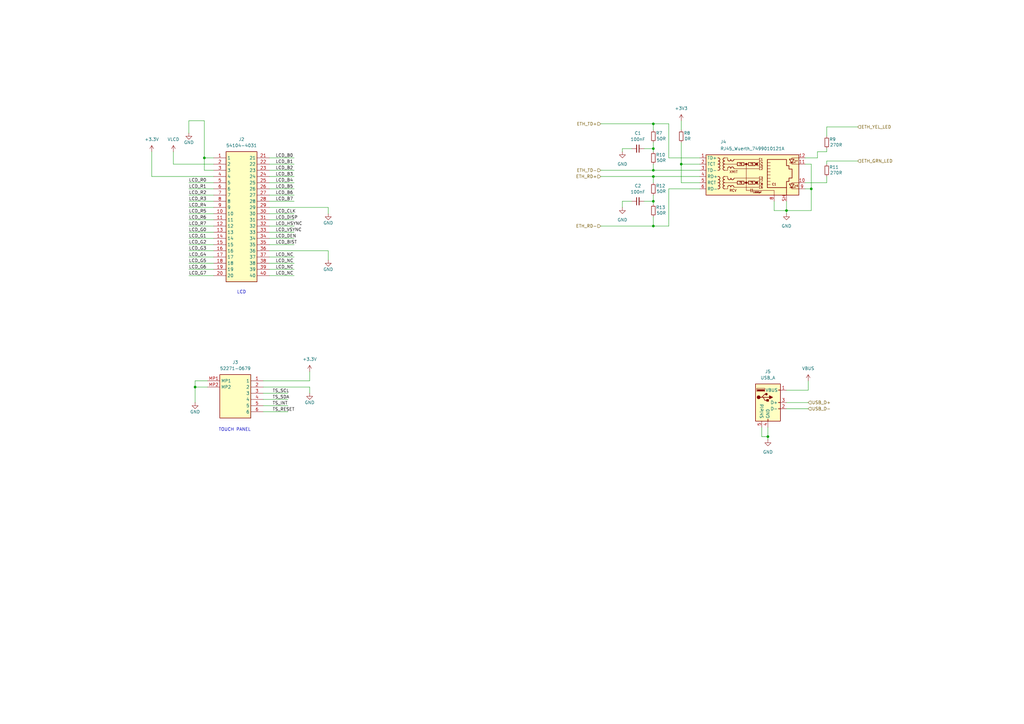
<source format=kicad_sch>
(kicad_sch (version 20250114) (generator "eeschema") (generator_version "9.0")
  (paper "A3")
  (lib_symbols
    (symbol "Allwinner_V3S_Spotify:52271-0679"
      (property "Reference" "J" (at 5.08 7.62 0))
      (property "Value" "52271-0679" (at 5.08 5.08 0))
      (symbol "52271-0679_1_1"
        (rectangle (start 5.08 2.54) (end 17.78 -15.24) (stroke (width 0.254)) (fill (type background)))
        (pin passive line (at 0 0 0) (length 5.08) (name "MP1") (number "MP1"))
        (pin passive line (at 0 -2.54 0) (length 5.08) (name "MP2") (number "MP2"))
        (pin passive line (at 22.86 0 180) (length 5.08) (name "1") (number "1"))
        (pin passive line (at 22.86 -2.54 180) (length 5.08) (name "2") (number "2"))
        (pin passive line (at 22.86 -5.08 180) (length 5.08) (name "3") (number "3"))
        (pin passive line (at 22.86 -7.62 180) (length 5.08) (name "4") (number "4"))
        (pin passive line (at 22.86 -10.16 180) (length 5.08) (name "5") (number "5"))
        (pin passive line (at 22.86 -12.7 180) (length 5.08) (name "6") (number "6"))
      )
    )
    (symbol "Allwinner_V3S_Spotify:54104-4031"
      (property "Reference" "J" (at 19.05 7.62 0))
      (property "Value" "54104-4031" (at 19.05 5.08 0))
      (symbol "54104-4031_1_1"
        (rectangle (start 5.08 2.54) (end 17.78 -50.8) (stroke (width 0.254)) (fill (type background)))
        (pin passive line (at 0 0 0) (length 5.08) (name "1") (number "1"))
        (pin passive line (at 0 -2.54 0) (length 5.08) (name "2") (number "2"))
        (pin passive line (at 0 -5.08 0) (length 5.08) (name "3") (number "3"))
        (pin passive line (at 0 -7.62 0) (length 5.08) (name "4") (number "4"))
        (pin passive line (at 0 -10.16 0) (length 5.08) (name "5") (number "5"))
        (pin passive line (at 0 -12.7 0) (length 5.08) (name "6") (number "6"))
        (pin passive line (at 0 -15.24 0) (length 5.08) (name "7") (number "7"))
        (pin passive line (at 0 -17.78 0) (length 5.08) (name "8") (number "8"))
        (pin passive line (at 0 -20.32 0) (length 5.08) (name "9") (number "9"))
        (pin passive line (at 0 -22.86 0) (length 5.08) (name "10") (number "10"))
        (pin passive line (at 0 -25.4 0) (length 5.08) (name "11") (number "11"))
        (pin passive line (at 0 -27.94 0) (length 5.08) (name "12") (number "12"))
        (pin passive line (at 0 -30.48 0) (length 5.08) (name "13") (number "13"))
        (pin passive line (at 0 -33.02 0) (length 5.08) (name "14") (number "14"))
        (pin passive line (at 0 -35.56 0) (length 5.08) (name "15") (number "15"))
        (pin passive line (at 0 -38.1 0) (length 5.08) (name "16") (number "16"))
        (pin passive line (at 0 -40.64 0) (length 5.08) (name "17") (number "17"))
        (pin passive line (at 0 -43.18 0) (length 5.08) (name "18") (number "18"))
        (pin passive line (at 0 -45.72 0) (length 5.08) (name "19") (number "19"))
        (pin passive line (at 0 -48.26 0) (length 5.08) (name "20") (number "20"))
        (pin passive line (at 22.86 0 180) (length 5.08) (name "21") (number "21"))
        (pin passive line (at 22.86 -2.54 180) (length 5.08) (name "22") (number "22"))
        (pin passive line (at 22.86 -5.08 180) (length 5.08) (name "23") (number "23"))
        (pin passive line (at 22.86 -7.62 180) (length 5.08) (name "24") (number "24"))
        (pin passive line (at 22.86 -10.16 180) (length 5.08) (name "25") (number "25"))
        (pin passive line (at 22.86 -12.7 180) (length 5.08) (name "26") (number "26"))
        (pin passive line (at 22.86 -15.24 180) (length 5.08) (name "27") (number "27"))
        (pin passive line (at 22.86 -17.78 180) (length 5.08) (name "28") (number "28"))
        (pin passive line (at 22.86 -20.32 180) (length 5.08) (name "29") (number "29"))
        (pin passive line (at 22.86 -22.86 180) (length 5.08) (name "30") (number "30"))
        (pin passive line (at 22.86 -25.4 180) (length 5.08) (name "31") (number "31"))
        (pin passive line (at 22.86 -27.94 180) (length 5.08) (name "32") (number "32"))
        (pin passive line (at 22.86 -30.48 180) (length 5.08) (name "33") (number "33"))
        (pin passive line (at 22.86 -33.02 180) (length 5.08) (name "34") (number "34"))
        (pin passive line (at 22.86 -35.56 180) (length 5.08) (name "35") (number "35"))
        (pin passive line (at 22.86 -38.1 180) (length 5.08) (name "36") (number "36"))
        (pin passive line (at 22.86 -40.64 180) (length 5.08) (name "37") (number "37"))
        (pin passive line (at 22.86 -43.18 180) (length 5.08) (name "38") (number "38"))
        (pin passive line (at 22.86 -45.72 180) (length 5.08) (name "39") (number "39"))
        (pin passive line (at 22.86 -48.26 180) (length 5.08) (name "40") (number "40"))
      )
    )
    (symbol "Connector:RJ45_Wuerth_7499010121A"
      (property "Reference" "J" (at 17.78 10.16 0))
      (property "Value" "RJ45_Wuerth_7499010121A" (at -6.35 10.16 0))
      (symbol "RJ45_Wuerth_7499010121A_0_0"
        (circle (center -1.27 5.08) (radius 0.0001) (stroke (width 0.508)))
        (polyline (pts (xy -1.27 5.08) (xy -1.27 -5.715)))
        (circle (center -1.27 -2.54) (radius 0.0001) (stroke (width 0.508)))
        (polyline (pts (xy 0.635 -5.08) (xy 0.635 -6.35)) (stroke (width 0.254)))
        (polyline (pts (xy 1.27 -5.08) (xy 1.27 -6.35)) (stroke (width 0.254)))
        (polyline (pts (xy 3.048 5.08) (xy 2.54 5.08)))
        (circle (center 3.048 5.08) (radius 0.0001) (stroke (width 0.508)))
        (polyline (pts (xy 3.048 -2.54) (xy 2.54 -2.54)))
        (circle (center 3.048 -2.54) (radius 0.0001) (stroke (width 0.508)))
        (polyline (pts (xy 3.683 5.715) (xy 3.048 5.715) (xy 3.048 4.445) (xy 3.683 4.445)))
        (polyline (pts (xy 3.683 -1.905) (xy 3.048 -1.905) (xy 3.048 -3.175) (xy 3.683 -3.175)))
        (polyline (pts (xy 17.399 7.112) (xy 17.399 7.62) (xy 20.32 7.62)))
        (polyline (pts (xy 17.399 -3.048) (xy 17.399 -2.54) (xy 20.32 -2.54)))
        (polyline (pts (xy 20.32 5.08) (xy 17.399 5.08) (xy 17.399 5.588)))
        (polyline (pts (xy 20.32 -5.08) (xy 17.399 -5.08) (xy 17.399 -4.572)))
        (text "XMIT" (at -8.255 1.905 0) (effects (font (size 1.016 1.016)) (justify left)))
        (text "RCV" (at -8.255 -5.715 0) (effects (font (size 1.016 1.016)) (justify left)))
        (text "C1" (at 4.699 6.985 0) (effects (font (size 0.889 0.889))))
        (text "C4" (at 4.699 5.715 0) (effects (font (size 0.889 0.889))))
        (text "C5" (at 4.699 4.445 0) (effects (font (size 0.889 0.889))))
        (text "C2" (at 4.699 3.175 0) (effects (font (size 0.889 0.889))))
        (text "C3" (at 4.699 -0.635 0) (effects (font (size 0.889 0.889))))
        (text "C7" (at 4.699 -1.905 0) (effects (font (size 0.889 0.889))))
        (text "C8" (at 4.699 -3.175 0) (effects (font (size 0.889 0.889))))
        (text "C6" (at 4.699 -4.445 0) (effects (font (size 0.889 0.889))))
        (text "C1" (at 10.16 -3.175 0) (effects (font (size 0.889 0.889))))
      )
      (symbol "RJ45_Wuerth_7499010121A_0_1"
        (rectangle (start -17.78 8.89) (end 20.32 -7.62) (stroke (width 0.254)) (fill (type background)))
        (polyline (pts (xy -12.7 7.62) (xy -13.081 7.62)))
        (polyline (pts (xy -12.7 5.08) (xy -13.081 5.08)))
        (polyline (pts (xy -12.7 2.54) (xy -13.081 2.54)))
        (polyline (pts (xy -12.7 0) (xy -13.081 0)))
        (polyline (pts (xy -12.7 -2.54) (xy -13.081 -2.54)))
        (polyline (pts (xy -12.7 -5.08) (xy -13.081 -5.08)))
        (polyline (pts (xy -10.16 7.62) (xy -8.89 7.62) (xy -8.89 6.985)))
        (polyline (pts (xy -10.16 0) (xy -8.89 0) (xy -8.89 -0.635)))
        (polyline (pts (xy -8.89 3.175) (xy -8.89 2.54) (xy -10.16 2.54)))
        (polyline (pts (xy -8.89 -4.445) (xy -8.89 -5.08) (xy -10.16 -5.08)))
        (polyline (pts (xy -6.35 6.985) (xy 3.683 6.985)))
        (polyline (pts (xy -6.35 3.175) (xy 3.683 3.175)))
        (polyline (pts (xy -6.35 -4.445) (xy 3.683 -4.445)))
        (polyline (pts (xy -6.223 -0.635) (xy 3.683 -0.635)))
        (polyline (pts (xy -5.08 -2.54) (xy -10.16 -2.54)))
        (polyline (pts (xy -4.953 5.08) (xy -10.16 5.08)))
        (polyline (pts (xy -2.159 5.08) (xy -0.381 5.08)))
        (polyline (pts (xy -2.159 -2.54) (xy -0.381 -2.54)))
        (polyline (pts (xy 0.635 -5.715) (xy -1.27 -5.715)))
        (polyline (pts (xy 7.366 3.175) (xy 8.636 3.175)))
        (polyline (pts (xy 7.366 1.905) (xy 8.636 1.905)))
        (polyline (pts (xy 7.366 0.635) (xy 8.636 0.635)))
        (polyline (pts (xy 7.366 -0.762) (xy 8.636 -0.762)))
        (polyline (pts (xy 7.366 -2.032) (xy 8.636 -2.032)))
        (polyline (pts (xy 8.636 5.715) (xy 7.366 5.715)))
        (polyline (pts (xy 8.636 4.445) (xy 7.366 4.445)))
        (polyline (pts (xy 8.636 -3.302) (xy 7.366 -3.302)))
        (polyline (pts (xy 10.16 -5.715) (xy 1.27 -5.715)))
        (polyline (pts (xy 10.16 -5.715) (xy 10.16 -7.62)))
      )
      (symbol "RJ45_Wuerth_7499010121A_1_0"
        (text "1000pF" (at 3.302 -6.477 0) (effects (font (size 0.635 0.635))))
      )
      (symbol "RJ45_Wuerth_7499010121A_1_1"
        (arc (start -12.7 0) (mid -12.0677 -0.635) (end -12.7 -1.27) (stroke (width 0.254)))
        (arc (start -12.6973 7.62) (mid -12.065 6.985) (end -12.6973 6.35) (stroke (width 0.254)))
        (arc (start -12.6973 -1.27) (mid -12.065 -1.905) (end -12.6973 -2.54) (stroke (width 0.254)))
        (arc (start -12.6973 -2.54) (mid -12.065 -3.175) (end -12.6973 -3.81) (stroke (width 0.254)))
        (arc (start -12.6973 -3.81) (mid -12.065 -4.445) (end -12.6973 -5.08) (stroke (width 0.254)))
        (arc (start -12.6946 6.35) (mid -12.0623 5.715) (end -12.6946 5.08) (stroke (width 0.254)))
        (arc (start -12.6946 5.08) (mid -12.0623 4.445) (end -12.6946 3.81) (stroke (width 0.254)))
        (arc (start -12.6946 3.81) (mid -12.0623 3.175) (end -12.6946 2.54) (stroke (width 0.254)))
        (arc (start -10.1654 6.35) (mid -10.7977 6.985) (end -10.1654 7.62) (stroke (width 0.254)))
        (arc (start -10.1654 5.08) (mid -10.7977 5.715) (end -10.1654 6.35) (stroke (width 0.254)))
        (arc (start -10.1654 3.81) (mid -10.7977 4.445) (end -10.1654 5.08) (stroke (width 0.254)))
        (arc (start -10.1654 -1.27) (mid -10.7977 -0.635) (end -10.1654 0) (stroke (width 0.254)))
        (arc (start -10.1654 -2.54) (mid -10.7977 -1.905) (end -10.1654 -1.27) (stroke (width 0.254)))
        (arc (start -10.1654 -3.81) (mid -10.7977 -3.175) (end -10.1654 -2.54) (stroke (width 0.254)))
        (arc (start -10.1627 2.54) (mid -10.795 3.175) (end -10.1627 3.81) (stroke (width 0.254)))
        (arc (start -10.1627 -5.08) (mid -10.795 -4.445) (end -10.1627 -3.81) (stroke (width 0.254)))
        (arc (start -7.62 6.9823) (mid -8.255 6.35) (end -8.89 6.9823) (stroke (width 0.254)))
        (arc (start -8.89 3.3047) (mid -8.255 3.937) (end -7.62 3.3047) (stroke (width 0.254)))
        (arc (start -8.89 -4.3153) (mid -8.255 -3.683) (end -7.62 -4.3153) (stroke (width 0.254)))
        (arc (start -7.5565 -0.7012) (mid -8.1915 -1.3335) (end -8.8265 -0.7012) (stroke (width 0.254)))
        (arc (start -6.35 6.985) (mid -6.985 6.3527) (end -7.62 6.985) (stroke (width 0.254)))
        (arc (start -7.62 3.3074) (mid -6.985 3.9397) (end -6.35 3.3074) (stroke (width 0.254)))
        (arc (start -7.62 -4.3126) (mid -6.985 -3.6803) (end -6.35 -4.3126) (stroke (width 0.254)))
        (arc (start -6.2865 -0.6985) (mid -6.9215 -1.3308) (end -7.5565 -0.6985) (stroke (width 0.254)))
        (rectangle (start -4.953 5.715) (end -2.159 4.445) (stroke (width 0.254)))
        (rectangle (start -4.953 -1.905) (end -2.159 -3.175) (stroke (width 0.254)))
        (rectangle (start -0.381 5.715) (end 2.413 4.445) (stroke (width 0.254)))
        (rectangle (start -0.381 -1.905) (end 2.413 -3.175) (stroke (width 0.254)))
        (polyline (pts (xy 7.366 -4.572) (xy 7.366 6.985) (xy 15.24 6.985) (xy 15.24 4.445) (xy 16.256 4.445) (xy 16.256 3.048) (xy 17.526 3.048) (xy 17.526 -0.635) (xy 16.256 -0.635) (xy 16.256 -2.032) (xy 15.24 -2.032) (xy 15.24 -4.572) (xy 7.366 -4.572)) (stroke (width 0.254)))
        (polyline (pts (xy 15.24 -7.62) (xy 15.24 -4.572)) (stroke (width 0.254)))
        (polyline (pts (xy 18.161 5.588) (xy 16.637 5.588)) (stroke (width 0.254)))
        (polyline (pts (xy 18.161 -4.572) (xy 16.637 -4.572)) (stroke (width 0.254)))
        (polyline (pts (xy 18.288 7.112) (xy 16.383 7.112) (xy 17.399 5.588) (xy 18.288 7.112)) (stroke (width 0.254)))
        (polyline (pts (xy 18.288 6.096) (xy 18.796 5.588) (xy 18.542 5.588)))
        (polyline (pts (xy 18.288 -3.048) (xy 16.383 -3.048) (xy 17.399 -4.572) (xy 18.288 -3.048)) (stroke (width 0.254)))
        (polyline (pts (xy 18.288 -4.064) (xy 18.796 -4.572) (xy 18.542 -4.572)))
        (polyline (pts (xy 18.542 6.731) (xy 19.05 6.223) (xy 18.796 6.223)))
        (polyline (pts (xy 18.542 -3.429) (xy 19.05 -3.937) (xy 18.796 -3.937)))
        (polyline (pts (xy 18.796 5.588) (xy 18.796 5.842)))
        (polyline (pts (xy 18.796 -4.572) (xy 18.796 -4.318)))
        (polyline (pts (xy 19.05 6.223) (xy 19.05 6.477)))
        (polyline (pts (xy 19.05 -3.937) (xy 19.05 -3.683)))
        (text "75" (at -3.556 5.08 0) (effects (font (size 0.635 0.635))))
        (text "75" (at -3.556 -2.54 0) (effects (font (size 0.635 0.635))))
        (text "75" (at 1.016 5.08 0) (effects (font (size 0.635 0.635))))
        (text "75" (at 1.016 -2.54 0) (effects (font (size 0.635 0.635))))
        (text "Y" (at 19.558 6.35 0) (effects (font (size 0.635 0.635))))
        (text "G" (at 19.685 -3.81 0) (effects (font (size 0.635 0.635))))
        (pin passive line (at -20.32 7.62 0) (length 2.54) (name "TD+") (number "1"))
        (pin passive line (at -20.32 5.08 0) (length 2.54) (name "TCT") (number "2"))
        (pin passive line (at -20.32 2.54 0) (length 2.54) (name "TD-") (number "3"))
        (pin passive line (at -20.32 0 0) (length 2.54) (name "RD+") (number "4"))
        (pin passive line (at -20.32 -2.54 0) (length 2.54) (name "RCT") (number "5"))
        (pin passive line (at -20.32 -5.08 0) (length 2.54) (name "RD-") (number "6"))
        (pin power_in line (at 10.16 -10.16 90) (length 2.54) (name "") (number "8"))
        (pin passive line (at 15.24 -10.16 90) (length 2.54) (name "") (number "SH"))
        (pin no_connect line (at 20.32 0 0) (length 0) (hide yes) (name "NC") (number "7"))
        (pin passive line (at 22.86 7.62 180) (length 2.54) (name "") (number "12"))
        (pin passive line (at 22.86 5.08 180) (length 2.54) (name "") (number "11"))
        (pin passive line (at 22.86 -2.54 180) (length 2.54) (name "") (number "10"))
        (pin passive line (at 22.86 -5.08 180) (length 2.54) (name "") (number "9"))
      )
    )
    (symbol "Connector:USB_A" (pin_names (offset 1.016))
      (property "Reference" "J" (at -5.08 11.43 0))
      (property "Value" "USB_A" (at -5.08 8.89 0))
      (symbol "USB_A_0_1"
        (rectangle (start -5.08 -7.62) (end 5.08 7.62) (stroke (width 0.254)) (fill (type background)))
        (circle (center -3.81 2.159) (radius 0.635) (stroke (width 0.254)) (fill (type outline)))
        (polyline (pts (xy -3.175 2.159) (xy -2.54 2.159) (xy -1.27 3.429) (xy -0.635 3.429)) (stroke (width 0.254)))
        (polyline (pts (xy -2.54 2.159) (xy -1.905 2.159) (xy -1.27 0.889) (xy 0 0.889)) (stroke (width 0.254)))
        (rectangle (start -1.524 4.826) (end -4.318 5.334) (fill (type outline)))
        (rectangle (start -1.27 4.572) (end -4.572 5.842))
        (circle (center -0.635 3.429) (radius 0.381) (stroke (width 0.254)) (fill (type outline)))
        (rectangle (start -0.127 -7.62) (end 0.127 -6.858))
        (rectangle (start 0.254 1.27) (end -0.508 0.508) (stroke (width 0.254)) (fill (type outline)))
        (polyline (pts (xy 0.635 2.794) (xy 0.635 1.524) (xy 1.905 2.159) (xy 0.635 2.794)) (stroke (width 0.254)) (fill (type outline)))
        (rectangle (start 5.08 4.953) (end 4.318 5.207))
        (rectangle (start 5.08 -0.127) (end 4.318 0.127))
        (rectangle (start 5.08 -2.667) (end 4.318 -2.413))
      )
      (symbol "USB_A_1_1"
        (polyline (pts (xy -1.905 2.159) (xy 0.635 2.159)) (stroke (width 0.254)))
        (pin passive line (at -2.54 -10.16 90) (length 2.54) (name "Shield") (number "5"))
        (pin power_in line (at 0 -10.16 90) (length 2.54) (name "GND") (number "4"))
        (pin power_in line (at 7.62 5.08 180) (length 2.54) (name "VBUS") (number "1"))
        (pin bidirectional line (at 7.62 0 180) (length 2.54) (name "D+") (number "3"))
        (pin bidirectional line (at 7.62 -2.54 180) (length 2.54) (name "D-") (number "2"))
      )
    )
    (symbol "Device:C_Small" (pin_numbers (hide yes)) (pin_names (offset 0.254) (hide yes))
      (property "Reference" "C" (at 0.254 1.778 0))
      (property "Value" "C_Small" (at 0.254 -2.032 0))
      (symbol "C_Small_0_1"
        (polyline (pts (xy -1.524 0.508) (xy 1.524 0.508)) (stroke (width 0.3048)))
        (polyline (pts (xy -1.524 -0.508) (xy 1.524 -0.508)) (stroke (width 0.3302)))
      )
      (symbol "C_Small_1_1"
        (pin passive line (at 0 2.54 270) (length 2.032) (name "~") (number "1"))
        (pin passive line (at 0 -2.54 90) (length 2.032) (name "~") (number "2"))
      )
    )
    (symbol "Device:R_Small" (pin_numbers (hide yes)) (pin_names (offset 0.254) (hide yes))
      (property "Reference" "R" (at 0.762 0.508 0))
      (property "Value" "R_Small" (at 0.762 -1.016 0))
      (symbol "R_Small_0_1"
        (rectangle (start -0.762 1.778) (end 0.762 -1.778) (stroke (width 0.2032)))
      )
      (symbol "R_Small_1_1"
        (pin passive line (at 0 2.54 270) (length 0.762) (name "~") (number "1"))
        (pin passive line (at 0 -2.54 90) (length 0.762) (name "~") (number "2"))
      )
    )
    (symbol "power:+3.3V" (power) (pin_numbers (hide yes)) (pin_names (offset 0) (hide yes))
      (property "Value" "+3.3V" (at 0 3.556 0))
      (symbol "+3.3V_0_1"
        (polyline (pts (xy -0.762 1.27) (xy 0 2.54)))
        (polyline (pts (xy 0 2.54) (xy 0.762 1.27)))
        (polyline (pts (xy 0 0) (xy 0 2.54)))
      )
      (symbol "+3.3V_1_1"
        (pin power_in line (at 0 0 90) (length 0) (name "~") (number "1"))
      )
    )
    (symbol "power:+3V3" (power) (pin_numbers (hide yes)) (pin_names (offset 0) (hide yes))
      (property "Value" "+3V3" (at 0 3.556 0))
      (symbol "+3V3_0_1"
        (polyline (pts (xy -0.762 1.27) (xy 0 2.54)))
        (polyline (pts (xy 0 2.54) (xy 0.762 1.27)))
        (polyline (pts (xy 0 0) (xy 0 2.54)))
      )
      (symbol "+3V3_1_1"
        (pin power_in line (at 0 0 90) (length 0) (name "~") (number "1"))
      )
    )
    (symbol "power:+9V" (power) (pin_numbers (hide yes)) (pin_names (offset 0) (hide yes))
      (property "Value" "+9V" (at 0 3.556 0))
      (symbol "+9V_0_1"
        (polyline (pts (xy -0.762 1.27) (xy 0 2.54)))
        (polyline (pts (xy 0 2.54) (xy 0.762 1.27)))
        (polyline (pts (xy 0 0) (xy 0 2.54)))
      )
      (symbol "+9V_1_1"
        (pin power_in line (at 0 0 90) (length 0) (name "~") (number "1"))
      )
    )
    (symbol "power:GND" (power) (pin_numbers (hide yes)) (pin_names (offset 0) (hide yes))
      (property "Value" "GND" (at 0 -3.81 0))
      (symbol "GND_0_1"
        (polyline (pts (xy 0 0) (xy 0 -1.27) (xy 1.27 -1.27) (xy 0 -2.54) (xy -1.27 -1.27) (xy 0 -1.27)))
      )
      (symbol "GND_1_1"
        (pin power_in line (at 0 0 270) (length 0) (name "~") (number "1"))
      )
    )
    (symbol "power:VBUS" (power) (pin_numbers (hide yes)) (pin_names (offset 0) (hide yes))
      (property "Value" "VBUS" (at 0 3.556 0))
      (symbol "VBUS_0_1"
        (polyline (pts (xy -0.762 1.27) (xy 0 2.54)))
        (polyline (pts (xy 0 2.54) (xy 0.762 1.27)))
        (polyline (pts (xy 0 0) (xy 0 2.54)))
      )
      (symbol "VBUS_1_1"
        (pin power_in line (at 0 0 90) (length 0) (name "~") (number "1"))
      )
    )
  )
  (text "LCD" (at 99.06 119.888 0) (effects (font (size 1.27 1.27))))
  (text "TOUCH PANEL" (at 96.266 176.276 0) (effects (font (size 1.27 1.27))))
  (junction (at 267.97 82.55))
  (junction (at 267.97 50.8))
  (junction (at 267.97 69.85))
  (junction (at 279.4 67.31))
  (junction (at 267.97 60.96))
  (junction (at 314.96 179.07))
  (junction (at 332.74 77.47))
  (junction (at 322.58 86.36))
  (junction (at 83.82 64.77))
  (junction (at 267.97 92.71))
  (junction (at 267.97 72.39))
  (junction (at 80.01 158.75))
  (wire (pts (xy 107.95 163.83) (xy 118.11 163.83)))
  (wire (pts (xy 274.32 92.71) (xy 267.97 92.71)))
  (wire (pts (xy 264.16 82.55) (xy 267.97 82.55)))
  (wire (pts (xy 255.27 82.55) (xy 255.27 85.09)))
  (wire (pts (xy 87.63 67.31) (xy 71.12 67.31)))
  (wire (pts (xy 77.47 87.63) (xy 87.63 87.63)))
  (wire (pts (xy 335.28 62.23) (xy 339.09 62.23)))
  (wire (pts (xy 279.4 58.42) (xy 279.4 67.31)))
  (wire (pts (xy 110.49 90.17) (xy 120.65 90.17)))
  (wire (pts (xy 77.47 97.79) (xy 87.63 97.79)))
  (wire (pts (xy 110.49 87.63) (xy 120.65 87.63)))
  (wire (pts (xy 267.97 58.42) (xy 267.97 60.96)))
  (wire (pts (xy 279.4 49.53) (xy 279.4 53.34)))
  (wire (pts (xy 274.32 77.47) (xy 287.02 77.47)))
  (wire (pts (xy 339.09 62.23) (xy 339.09 60.96)))
  (wire (pts (xy 83.82 69.85) (xy 83.82 64.77)))
  (wire (pts (xy 331.47 156.21) (xy 331.47 160.02)))
  (wire (pts (xy 110.49 95.25) (xy 120.65 95.25)))
  (wire (pts (xy 77.47 77.47) (xy 87.63 77.47)))
  (wire (pts (xy 110.49 113.03) (xy 120.65 113.03)))
  (wire (pts (xy 110.49 82.55) (xy 120.65 82.55)))
  (wire (pts (xy 274.32 64.77) (xy 287.02 64.77)))
  (wire (pts (xy 267.97 50.8) (xy 267.97 53.34)))
  (wire (pts (xy 77.47 85.09) (xy 87.63 85.09)))
  (wire (pts (xy 314.96 179.07) (xy 314.96 180.34)))
  (wire (pts (xy 107.95 166.37) (xy 118.11 166.37)))
  (wire (pts (xy 312.42 175.26) (xy 312.42 179.07)))
  (wire (pts (xy 85.09 156.21) (xy 80.01 156.21)))
  (wire (pts (xy 351.79 66.04) (xy 339.09 66.04)))
  (wire (pts (xy 127 152.4) (xy 127 156.21)))
  (wire (pts (xy 134.62 102.87) (xy 134.62 106.68)))
  (wire (pts (xy 330.2 77.47) (xy 332.74 77.47)))
  (wire (pts (xy 77.47 107.95) (xy 87.63 107.95)))
  (wire (pts (xy 80.01 156.21) (xy 80.01 158.75)))
  (wire (pts (xy 110.49 105.41) (xy 120.65 105.41)))
  (wire (pts (xy 267.97 50.8) (xy 274.32 50.8)))
  (wire (pts (xy 77.47 95.25) (xy 87.63 95.25)))
  (wire (pts (xy 110.49 69.85) (xy 120.65 69.85)))
  (wire (pts (xy 267.97 72.39) (xy 267.97 74.93)))
  (wire (pts (xy 322.58 167.64) (xy 331.47 167.64)))
  (wire (pts (xy 110.49 110.49) (xy 120.65 110.49)))
  (wire (pts (xy 110.49 74.93) (xy 120.65 74.93)))
  (wire (pts (xy 330.2 74.93) (xy 339.09 74.93)))
  (wire (pts (xy 335.28 62.23) (xy 335.28 64.77)))
  (wire (pts (xy 246.38 50.8) (xy 267.97 50.8)))
  (wire (pts (xy 259.08 60.96) (xy 255.27 60.96)))
  (wire (pts (xy 110.49 92.71) (xy 120.65 92.71)))
  (wire (pts (xy 83.82 64.77) (xy 83.82 49.53)))
  (wire (pts (xy 127 158.75) (xy 127 161.29)))
  (wire (pts (xy 87.63 72.39) (xy 62.23 72.39)))
  (wire (pts (xy 110.49 100.33) (xy 120.65 100.33)))
  (wire (pts (xy 332.74 77.47) (xy 332.74 86.36)))
  (wire (pts (xy 317.5 86.36) (xy 322.58 86.36)))
  (wire (pts (xy 255.27 60.96) (xy 255.27 62.23)))
  (wire (pts (xy 110.49 64.77) (xy 120.65 64.77)))
  (wire (pts (xy 339.09 55.88) (xy 339.09 52.07)))
  (wire (pts (xy 332.74 67.31) (xy 332.74 77.47)))
  (wire (pts (xy 107.95 168.91) (xy 118.11 168.91)))
  (wire (pts (xy 77.47 90.17) (xy 87.63 90.17)))
  (wire (pts (xy 246.38 69.85) (xy 267.97 69.85)))
  (wire (pts (xy 267.97 82.55) (xy 267.97 83.82)))
  (wire (pts (xy 77.47 82.55) (xy 87.63 82.55)))
  (wire (pts (xy 330.2 64.77) (xy 335.28 64.77)))
  (wire (pts (xy 110.49 102.87) (xy 134.62 102.87)))
  (wire (pts (xy 110.49 80.01) (xy 120.65 80.01)))
  (wire (pts (xy 330.2 67.31) (xy 332.74 67.31)))
  (wire (pts (xy 77.47 113.03) (xy 87.63 113.03)))
  (wire (pts (xy 110.49 97.79) (xy 120.65 97.79)))
  (wire (pts (xy 71.12 67.31) (xy 71.12 62.23)))
  (wire (pts (xy 274.32 77.47) (xy 274.32 92.71)))
  (wire (pts (xy 127 156.21) (xy 107.95 156.21)))
  (wire (pts (xy 110.49 107.95) (xy 120.65 107.95)))
  (wire (pts (xy 279.4 74.93) (xy 279.4 67.31)))
  (wire (pts (xy 134.62 85.09) (xy 134.62 87.63)))
  (wire (pts (xy 267.97 72.39) (xy 287.02 72.39)))
  (wire (pts (xy 267.97 88.9) (xy 267.97 92.71)))
  (wire (pts (xy 110.49 85.09) (xy 134.62 85.09)))
  (wire (pts (xy 279.4 67.31) (xy 287.02 67.31)))
  (wire (pts (xy 331.47 160.02) (xy 322.58 160.02)))
  (wire (pts (xy 317.5 82.55) (xy 317.5 86.36)))
  (wire (pts (xy 83.82 49.53) (xy 77.47 49.53)))
  (wire (pts (xy 312.42 179.07) (xy 314.96 179.07)))
  (wire (pts (xy 107.95 158.75) (xy 127 158.75)))
  (wire (pts (xy 267.97 80.01) (xy 267.97 82.55)))
  (wire (pts (xy 274.32 50.8) (xy 274.32 64.77)))
  (wire (pts (xy 77.47 102.87) (xy 87.63 102.87)))
  (wire (pts (xy 264.16 60.96) (xy 267.97 60.96)))
  (wire (pts (xy 77.47 105.41) (xy 87.63 105.41)))
  (wire (pts (xy 77.47 92.71) (xy 87.63 92.71)))
  (wire (pts (xy 80.01 158.75) (xy 80.01 165.1)))
  (wire (pts (xy 322.58 86.36) (xy 322.58 82.55)))
  (wire (pts (xy 314.96 175.26) (xy 314.96 179.07)))
  (wire (pts (xy 322.58 86.36) (xy 322.58 87.63)))
  (wire (pts (xy 87.63 69.85) (xy 83.82 69.85)))
  (wire (pts (xy 62.23 72.39) (xy 62.23 62.23)))
  (wire (pts (xy 279.4 74.93) (xy 287.02 74.93)))
  (wire (pts (xy 80.01 158.75) (xy 85.09 158.75)))
  (wire (pts (xy 110.49 77.47) (xy 120.65 77.47)))
  (wire (pts (xy 77.47 74.93) (xy 87.63 74.93)))
  (wire (pts (xy 339.09 72.39) (xy 339.09 74.93)))
  (wire (pts (xy 339.09 52.07) (xy 351.79 52.07)))
  (wire (pts (xy 110.49 72.39) (xy 120.65 72.39)))
  (wire (pts (xy 77.47 49.53) (xy 77.47 54.61)))
  (wire (pts (xy 259.08 82.55) (xy 255.27 82.55)))
  (wire (pts (xy 267.97 67.31) (xy 267.97 69.85)))
  (wire (pts (xy 267.97 60.96) (xy 267.97 62.23)))
  (wire (pts (xy 339.09 66.04) (xy 339.09 67.31)))
  (wire (pts (xy 332.74 86.36) (xy 322.58 86.36)))
  (wire (pts (xy 322.58 165.1) (xy 331.47 165.1)))
  (wire (pts (xy 77.47 80.01) (xy 87.63 80.01)))
  (wire (pts (xy 246.38 72.39) (xy 267.97 72.39)))
  (wire (pts (xy 267.97 92.71) (xy 246.38 92.71)))
  (wire (pts (xy 77.47 110.49) (xy 87.63 110.49)))
  (wire (pts (xy 267.97 69.85) (xy 287.02 69.85)))
  (wire (pts (xy 107.95 161.29) (xy 118.11 161.29)))
  (wire (pts (xy 77.47 100.33) (xy 87.63 100.33)))
  (wire (pts (xy 110.49 67.31) (xy 120.65 67.31)))
  (wire (pts (xy 87.63 64.77) (xy 83.82 64.77)))
  (label "LCD_B4" (at 113.03 74.93 0))
  (label "TS_RESET" (at 111.76 168.91 0))
  (label "LCD_R3" (at 77.47 82.55 0))
  (label "LCD_B3" (at 113.03 72.39 0))
  (label "LCD_BIST" (at 113.03 100.33 0))
  (label "LCD_G5" (at 77.47 107.95 0))
  (label "LCD_R7" (at 77.47 92.71 0))
  (label "LCD_R4" (at 77.47 85.09 0))
  (label "LCD_R2" (at 77.47 80.01 0))
  (label "LCD_G6" (at 77.47 110.49 0))
  (label "LCD_DEN" (at 113.03 97.79 0))
  (label "TS_INT" (at 111.76 166.37 0))
  (label "TS_SDA" (at 111.76 163.83 0))
  (label "LCD_G1" (at 77.47 97.79 0))
  (label "LCD_R0" (at 77.47 74.93 0))
  (label "LCD_B2" (at 113.03 69.85 0))
  (label "LCD_NC" (at 113.03 113.03 0))
  (label "LCD_B6" (at 113.03 80.01 0))
  (label "LCD_R1" (at 77.47 77.47 0))
  (label "LCD_CLK" (at 113.03 87.63 0))
  (label "LCD_B1" (at 113.03 67.31 0))
  (label "LCD_HSYNC" (at 113.03 92.71 0))
  (label "TS_SCL" (at 111.76 161.29 0))
  (label "LCD_NC" (at 113.03 105.41 0))
  (label "LCD_R5" (at 77.47 87.63 0))
  (label "LCD_B7" (at 113.03 82.55 0))
  (label "LCD_G3" (at 77.47 102.87 0))
  (label "LCD_NC" (at 113.03 110.49 0))
  (label "LCD_R6" (at 77.47 90.17 0))
  (label "LCD_G4" (at 77.47 105.41 0))
  (label "LCD_VSYNC" (at 113.03 95.25 0))
  (label "LCD_G2" (at 77.47 100.33 0))
  (label "LCD_B0" (at 113.03 64.77 0))
  (label "LCD_DISP" (at 113.03 90.17 0))
  (label "LCD_G7" (at 77.47 113.03 0))
  (label "LCD_G0" (at 77.47 95.25 0))
  (label "LCD_NC" (at 113.03 107.95 0))
  (label "LCD_B5" (at 113.03 77.47 0))
  (hierarchical_label "ETH_TD+" (shape input) (at 246.38 50.8 180))
  (hierarchical_label "ETH_RD+" (shape input) (at 246.38 72.39 180))
  (hierarchical_label "ETH_YEL_LED" (shape input) (at 351.79 52.07 0))
  (hierarchical_label "ETH_GRN_LED" (shape input) (at 351.79 66.04 0))
  (hierarchical_label "ETH_TD-" (shape input) (at 246.38 69.85 180))
  (hierarchical_label "USB_D+" (shape input) (at 331.47 165.1 0))
  (hierarchical_label "ETH_RD-" (shape input) (at 246.38 92.71 180))
  (hierarchical_label "USB_D-" (shape input) (at 331.47 167.64 0))
  (symbol (lib_id "Device:R_Small") (at 267.97 55.88 0) (unit 1)
    (property "Reference" "R7" (at 268.986 54.61 0) (effects (justify left)))
    (property "Value" "50R" (at 269.24 56.896 0) (effects (justify left)))
    (property "Footprint" "Resistor_SMD:R_01005_0402Metric" (effects (hide yes)))
    (property "Description" "Resistor, small symbol" (effects (hide yes)))
  )
  (symbol (lib_id "Device:R_Small") (at 267.97 77.47 0) (unit 1)
    (property "Reference" "R12" (at 268.986 76.2 0) (effects (justify left)))
    (property "Value" "50R" (at 269.24 78.486 0) (effects (justify left)))
    (property "Footprint" "Resistor_SMD:R_01005_0402Metric" (effects (hide yes)))
    (property "Description" "Resistor, small symbol" (effects (hide yes)))
  )
  (symbol (lib_id "power:+3.3V") (at 62.23 62.23 0) (unit 1)
    (property "Reference" "#PWR06" (effects (hide yes)))
    (property "Value" "+3.3V" (at 62.23 57.15 0))
    (property "Description" "Power symbol creates a global label with name \"+3.3V\"" (effects (hide yes)))
  )
  (symbol (lib_id "power:GND") (at 127 161.29 0) (unit 1)
    (property "Reference" "#PWR011" (effects (hide yes)))
    (property "Value" "GND" (at 127 165.1 0))
    (property "Description" "Power symbol creates a global label with name \"GND\" , ground" (effects (hide yes)))
  )
  (symbol (lib_id "power:GND") (at 314.96 180.34 0) (unit 1)
    (property "Reference" "#PWR018" (effects (hide yes)))
    (property "Value" "GND" (at 314.96 185.42 0))
    (property "Description" "Power symbol creates a global label with name \"GND\" , ground" (effects (hide yes)))
  )
  (symbol (lib_id "power:+3.3V") (at 127 152.4 0) (unit 1)
    (property "Reference" "#PWR010" (effects (hide yes)))
    (property "Value" "+3.3V" (at 127 147.32 0))
    (property "Description" "Power symbol creates a global label with name \"+3.3V\"" (effects (hide yes)))
  )
  (symbol (lib_id "power:GND") (at 77.47 54.61 0) (unit 1)
    (property "Reference" "#PWR05" (effects (hide yes)))
    (property "Value" "GND" (at 77.47 58.42 0))
    (property "Description" "Power symbol creates a global label with name \"GND\" , ground" (effects (hide yes)))
  )
  (symbol (lib_id "power:VBUS") (at 331.47 156.21 0) (unit 1)
    (property "Reference" "#PWR017" (effects (hide yes)))
    (property "Value" "VBUS" (at 331.47 151.13 0))
    (property "Description" "Power symbol creates a global label with name \"VBUS\"" (effects (hide yes)))
  )
  (symbol (lib_id "Allwinner_V3S_Spotify:52271-0679") (at 85.09 156.21 0) (unit 1)
    (property "Reference" "J3" (at 96.52 148.59 0))
    (property "Value" "52271-0679" (at 96.52 151.13 0))
    (property "Footprint" "522710679" (effects (hide yes)))
    (property "Datasheet" "https://www.molex.com/pdm_docs/sd/522710679_sd.pdf" (effects (hide yes)))
    (property "Description" "CONNECTOR, FPC, 6POS, 1ROW, 1MM; Pitch Spacing:1mm; No. of Contacts:6Contacts; Gender:Receptacle; Product Range:Easy-On 52271 Series; Contact Termination Type:Surface Mount; Contact Position:Bottom; No. of Rows:1 Row RoHS Compliant: Yes (Alternate Part Number: 822348147656" (effects (hide yes)))
    (property "Height" "3.2" (effects (hide yes)))
    (property "Mouser Part Number" "538-52271-0679" (effects (hide yes)))
    (property "Mouser Price/Stock" "https://www.mouser.co.uk/ProductDetail/Molex/52271-0679?qs=wya3YYiCKrXbtsvKmfF6wQ%3D%3D" (effects (hide yes)))
    (property "Manufacturer_Name" "Molex" (effects (hide yes)))
    (property "Manufacturer_Part_Number" "52271-0679" (effects (hide yes)))
  )
  (symbol (lib_id "Allwinner_V3S_Spotify:54104-4031") (at 87.63 64.77 0) (unit 1)
    (property "Reference" "J2" (at 99.06 57.15 0))
    (property "Value" "54104-4031" (at 99.06 59.69 0))
    (property "Footprint" "Allwinner_Spotify:54104-4031" (effects (hide yes)))
    (property "Datasheet" "http://www.molex.com/webdocs/datasheets/pdf/en-us//0541044031_FFC_FPC_CONNECTORS.pdf" (effects (hide yes)))
    (property "Description" "Connector 0.5mm, FFC/FPC, SMT,r/a,40w,Au Molex FFC/FPC SMT Series 0.5mm Pitch 40 Way Right Angle SMT Female FPC Connector, ZIF Top Contact" (effects (hide yes)))
    (property "Manufacturer_Name" "Molex" (effects (hide yes)))
    (property "Manufacturer_Part_Number" "54104-4031" (effects (hide yes)))
  )
  (symbol (lib_id "power:GND") (at 255.27 62.23 0) (unit 1)
    (property "Reference" "#PWR014" (effects (hide yes)))
    (property "Value" "GND" (at 255.27 67.31 0))
    (property "Description" "Power symbol creates a global label with name \"GND\" , ground" (effects (hide yes)))
  )
  (symbol (lib_id "power:GND") (at 255.27 85.09 0) (unit 1)
    (property "Reference" "#PWR015" (effects (hide yes)))
    (property "Value" "GND" (at 255.27 90.17 0))
    (property "Description" "Power symbol creates a global label with name \"GND\" , ground" (effects (hide yes)))
  )
  (symbol (lib_id "power:GND") (at 134.62 87.63 0) (unit 1)
    (property "Reference" "#PWR08" (effects (hide yes)))
    (property "Value" "GND" (at 134.62 91.44 0))
    (property "Description" "Power symbol creates a global label with name \"GND\" , ground" (effects (hide yes)))
  )
  (symbol (lib_id "Device:R_Small") (at 339.09 58.42 0) (unit 1)
    (property "Reference" "R9" (at 340.106 57.15 0) (effects (justify left)))
    (property "Value" "270R" (at 340.36 59.436 0) (effects (justify left)))
    (property "Footprint" "Resistor_SMD:R_01005_0402Metric" (effects (hide yes)))
    (property "Description" "Resistor, small symbol" (effects (hide yes)))
  )
  (symbol (lib_id "power:+3V3") (at 279.4 49.53 0) (unit 1)
    (property "Reference" "#PWR013" (effects (hide yes)))
    (property "Value" "+3V3" (at 279.4 44.45 0))
    (property "Description" "Power symbol creates a global label with name \"+3V3\"" (effects (hide yes)))
  )
  (symbol (lib_id "Device:R_Small") (at 267.97 64.77 0) (unit 1)
    (property "Reference" "R10" (at 268.986 63.5 0) (effects (justify left)))
    (property "Value" "50R" (at 269.24 65.786 0) (effects (justify left)))
    (property "Footprint" "Resistor_SMD:R_01005_0402Metric" (effects (hide yes)))
    (property "Description" "Resistor, small symbol" (effects (hide yes)))
  )
  (symbol (lib_id "power:GND") (at 80.01 165.1 0) (unit 1)
    (property "Reference" "#PWR012" (effects (hide yes)))
    (property "Value" "GND" (at 80.01 168.91 0))
    (property "Description" "Power symbol creates a global label with name \"GND\" , ground" (effects (hide yes)))
  )
  (symbol (lib_id "power:GND") (at 134.62 106.68 0) (unit 1)
    (property "Reference" "#PWR09" (effects (hide yes)))
    (property "Value" "GND" (at 134.62 110.49 0))
    (property "Description" "Power symbol creates a global label with name \"GND\" , ground" (effects (hide yes)))
  )
  (symbol (lib_id "Device:R_Small") (at 279.4 55.88 0) (unit 1)
    (property "Reference" "R8" (at 280.416 54.61 0) (effects (justify left)))
    (property "Value" "0R" (at 280.67 56.896 0) (effects (justify left)))
    (property "Footprint" "Resistor_SMD:R_01005_0402Metric" (effects (hide yes)))
    (property "Description" "Resistor, small symbol" (effects (hide yes)))
  )
  (symbol (lib_id "Connector:USB_A") (at 314.96 165.1 0) (unit 1)
    (property "Reference" "J5" (at 314.96 152.4 0))
    (property "Value" "USB_A" (at 314.96 154.94 0))
    (property "Footprint" "Connector_USB:USB_A_Molex_48037-2200_Horizontal" (effects (hide yes)))
    (property "Description" "USB Type A connector" (effects (hide yes)))
  )
  (symbol (lib_id "power:GND") (at 322.58 87.63 0) (unit 1)
    (property "Reference" "#PWR016" (effects (hide yes)))
    (property "Value" "GND" (at 322.58 92.71 0))
    (property "Description" "Power symbol creates a global label with name \"GND\" , ground" (effects (hide yes)))
  )
  (symbol (lib_id "Device:R_Small") (at 339.09 69.85 0) (unit 1)
    (property "Reference" "R11" (at 340.106 68.58 0) (effects (justify left)))
    (property "Value" "270R" (at 340.36 70.866 0) (effects (justify left)))
    (property "Footprint" "Resistor_SMD:R_01005_0402Metric" (effects (hide yes)))
    (property "Description" "Resistor, small symbol" (effects (hide yes)))
  )
  (symbol (lib_id "power:+9V") (at 71.12 62.23 0) (unit 1)
    (property "Reference" "#PWR07" (effects (hide yes)))
    (property "Value" "VLCD" (at 71.12 57.15 0))
    (property "Description" "Power symbol creates a global label with name \"+9V\"" (effects (hide yes)))
  )
  (symbol (lib_id "Device:R_Small") (at 267.97 86.36 0) (unit 1)
    (property "Reference" "R13" (at 268.986 85.09 0) (effects (justify left)))
    (property "Value" "50R" (at 269.24 87.376 0) (effects (justify left)))
    (property "Footprint" "Resistor_SMD:R_01005_0402Metric" (effects (hide yes)))
    (property "Description" "Resistor, small symbol" (effects (hide yes)))
  )
  (symbol (lib_id "Device:C_Small") (at 261.62 60.96 270) (unit 1)
    (property "Reference" "C1" (at 261.6136 54.61 90))
    (property "Value" "100nF" (at 261.6136 57.15 90))
    (property "Footprint" "Capacitor_SMD:C_0603_1608Metric_Pad1.08x0.95mm_HandSolder" (effects (hide yes)))
    (property "Description" "Unpolarized capacitor, small symbol" (effects (hide yes)))
  )
  (symbol (lib_id "Connector:RJ45_Wuerth_7499010121A") (at 307.34 72.39 0) (unit 1)
    (property "Reference" "J4" (at 296.672 58.166 0))
    (property "Value" "RJ45_Wuerth_7499010121A" (at 308.61 60.96 0))
    (property "Footprint" "Connector_RJ:RJ45_Wuerth_7499010121A_Horizontal" (effects (hide yes)))
    (property "Datasheet" "http://katalog.we-online.de/pbs/datasheet/7499010121A.pdf" (effects (hide yes)))
    (property "Description" "LAN Transformer Jack, RJ45, 10/100 BaseT" (effects (hide yes)))
  )
  (symbol (lib_id "Device:C_Small") (at 261.62 82.55 90) (unit 1)
    (property "Reference" "C2" (at 261.6263 76.2 90))
    (property "Value" "100nF" (at 261.6263 78.74 90))
    (property "Footprint" "Capacitor_SMD:C_0603_1608Metric_Pad1.08x0.95mm_HandSolder" (effects (hide yes)))
    (property "Description" "Unpolarized capacitor, small symbol" (effects (hide yes)))
  )
)
</source>
